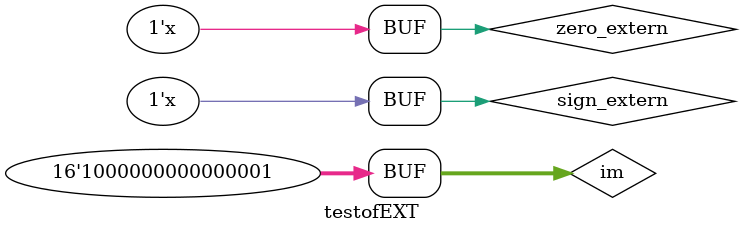
<source format=v>
`timescale 1ns / 1ps


module testofEXT;

	// Inputs
	reg [15:0] im;
	reg zero_extern;
	reg sign_extern;

	// Outputs
	wire [31:0] extern;

	// Instantiate the Unit Under Test (UUT)
	EXT uut (
		.im(im), 
		.zero_extern(zero_extern), 
		.sign_extern(sign_extern), 
		.extern(extern)
	);

	initial begin
		// Initialize Inputs
		im = 16'h8001;
		zero_extern = 0;
		sign_extern = 1;

		// Wait 100 ns for global reset to finish
		#100;
        
		// Add stimulus here

	end
	always #5 begin
		zero_extern = ~zero_extern;
		sign_extern = ~sign_extern;
		end
      
endmodule


</source>
